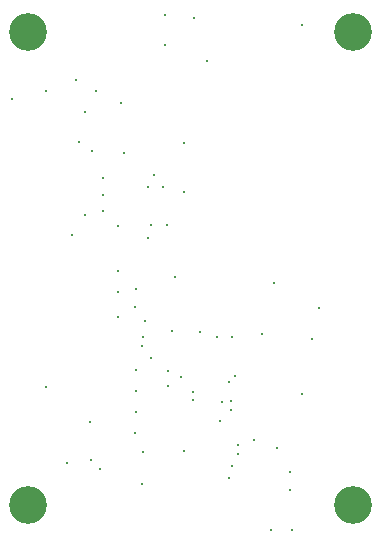
<source format=gbr>
%TF.GenerationSoftware,KiCad,Pcbnew,8.0.8*%
%TF.CreationDate,2025-04-15T16:19:53+05:30*%
%TF.ProjectId,STHDAQ_BX,53544844-4151-45f4-9258-2e6b69636164,rev?*%
%TF.SameCoordinates,Original*%
%TF.FileFunction,Plated,1,2,PTH,Drill*%
%TF.FilePolarity,Positive*%
%FSLAX46Y46*%
G04 Gerber Fmt 4.6, Leading zero omitted, Abs format (unit mm)*
G04 Created by KiCad (PCBNEW 8.0.8) date 2025-04-15 16:19:53*
%MOMM*%
%LPD*%
G01*
G04 APERTURE LIST*
%TA.AperFunction,ViaDrill*%
%ADD10C,0.300000*%
%TD*%
%TA.AperFunction,ComponentDrill*%
%ADD11C,3.200000*%
%TD*%
G04 APERTURE END LIST*
D10*
X172612000Y-89860000D03*
X175496000Y-89140000D03*
X175514000Y-114280000D03*
X177345000Y-120650000D03*
X177761492Y-101384508D03*
X178054000Y-88238500D03*
X178308000Y-93472000D03*
X178816000Y-90935551D03*
X178816000Y-99721500D03*
X179223500Y-117184000D03*
X179296554Y-120423446D03*
X179427500Y-94234000D03*
X179764000Y-89168000D03*
X180086000Y-121158000D03*
X180340000Y-96520000D03*
X180340000Y-99314000D03*
X180385000Y-97950077D03*
X181610000Y-100637000D03*
X181610000Y-104447000D03*
X181610000Y-106172000D03*
X181610000Y-108357500D03*
X181854000Y-90182000D03*
X182140000Y-94457394D03*
X183048000Y-118110000D03*
X183085000Y-107442000D03*
X183134000Y-105918000D03*
X183134000Y-112776000D03*
X183134000Y-114554000D03*
X183134000Y-116332000D03*
X183642000Y-110744000D03*
X183642000Y-122428000D03*
X183725736Y-109982000D03*
X183742500Y-119787500D03*
X183942000Y-108625976D03*
X184150000Y-97340000D03*
X184150000Y-101600000D03*
X184411436Y-111752564D03*
X184431446Y-100556554D03*
X184658000Y-96266000D03*
X185420000Y-97340000D03*
X185601348Y-82741500D03*
X185601348Y-85281500D03*
X185743314Y-100514686D03*
X185851800Y-112899000D03*
X185851800Y-114198999D03*
X186182000Y-109474000D03*
X186436000Y-104902000D03*
X186952000Y-113399861D03*
X187198000Y-93556000D03*
X187198000Y-119634000D03*
X187245107Y-97750892D03*
X187952000Y-114679073D03*
X187952000Y-115379076D03*
X188031500Y-82968000D03*
X188581277Y-109614723D03*
X189141500Y-86614000D03*
X189992000Y-109982000D03*
X190246000Y-117094000D03*
X190413230Y-115525642D03*
X191008000Y-121920000D03*
X191016001Y-113854894D03*
X191196436Y-115449543D03*
X191224000Y-116149001D03*
X191262000Y-109982000D03*
X191262000Y-120904000D03*
X191516000Y-113284000D03*
X191770000Y-119888000D03*
X191773204Y-119129204D03*
X193116200Y-118749000D03*
X193802000Y-109728000D03*
X194596000Y-126370500D03*
X194818000Y-105410000D03*
X195072000Y-119380000D03*
X196188500Y-121412000D03*
X196188500Y-122936000D03*
X196342000Y-126370500D03*
X197190000Y-83566000D03*
X197196000Y-114824000D03*
X198019500Y-110194000D03*
X198660000Y-107560000D03*
D11*
%TO.C,H2*%
X174000000Y-84200000D03*
%TO.C,H3*%
X174000000Y-124200000D03*
%TO.C,H1*%
X201500000Y-84200000D03*
%TO.C,H4*%
X201500000Y-124200000D03*
M02*

</source>
